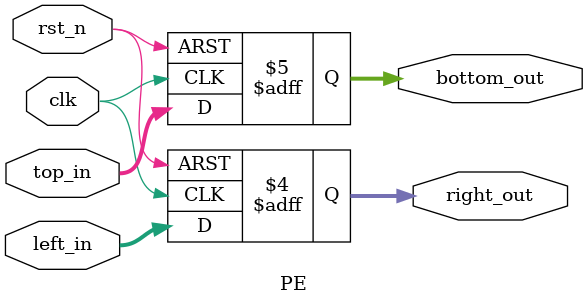
<source format=v>
module PE #( parameter DATA_WIDTH = 8) (
	input clk,
	input rst_n,
	input  [DATA_WIDTH - 1 : 0]  top_in,
	input  [DATA_WIDTH - 1 : 0]  left_in,
	output reg [DATA_WIDTH - 1 : 0]  right_out,
	output reg [DATA_WIDTH - 1 : 0]  bottom_out
);

reg  [DATA_WIDTH*2 - 1 : 0] result;
wire [DATA_WIDTH*2 - 1 : 0] sum;

always @(posedge clk or negedge rst_n) begin
	if(!rst_n) begin
		result <= 16'b0;
		right_out  <= 8'b0;
		bottom_out <= 8'b0;
	end
	else begin
		result     <= sum;
		right_out  <= left_in;
		bottom_out <= top_in;
	end
end
assign sum = top_in * left_in;
endmodule
	
	



</source>
